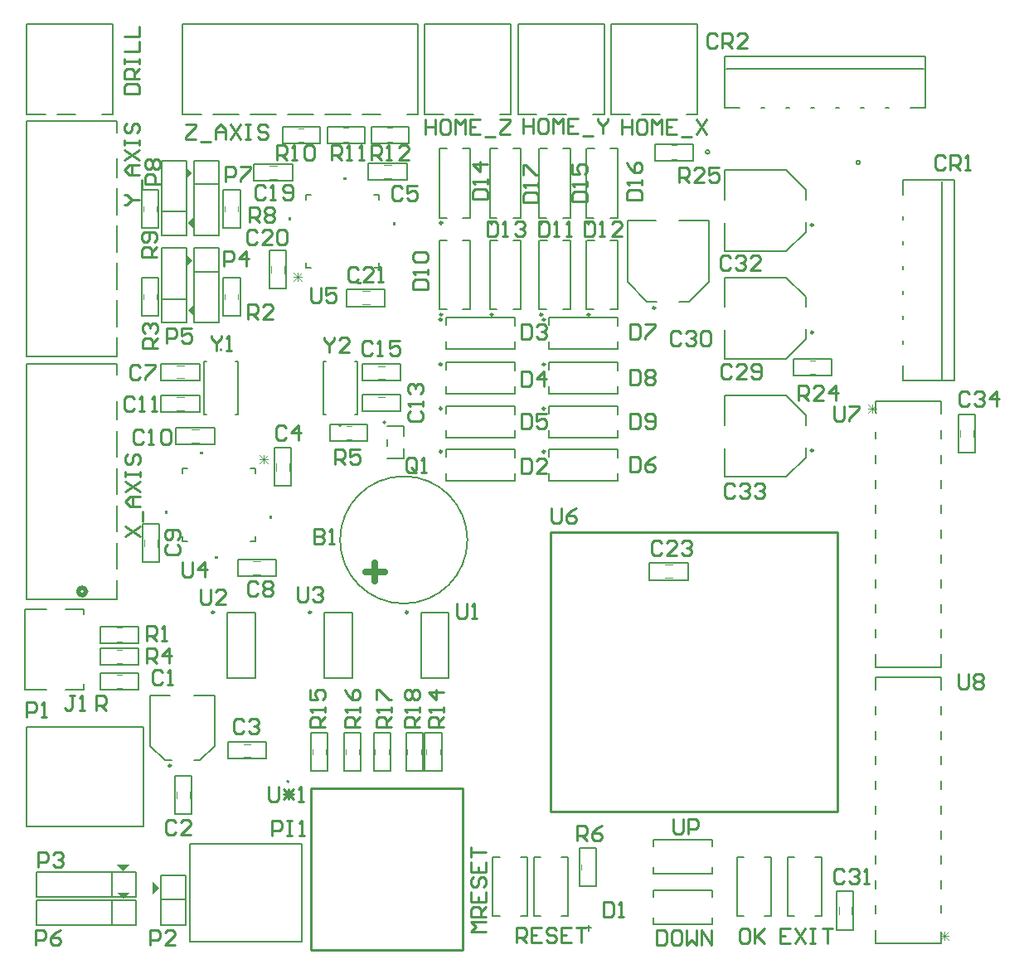
<source format=gto>
G04*
G04 #@! TF.GenerationSoftware,Altium Limited,Altium Designer,21.2.1 (34)*
G04*
G04 Layer_Color=65535*
%FSTAX24Y24*%
%MOIN*%
G70*
G04*
G04 #@! TF.SameCoordinates,5BC75E6B-F5FC-40A1-8AA7-6D38C453C1D6*
G04*
G04*
G04 #@! TF.FilePolarity,Positive*
G04*
G01*
G75*
%ADD10C,0.0098*%
%ADD11C,0.0060*%
%ADD12C,0.0080*%
%ADD13C,0.0200*%
%ADD14C,0.0079*%
%ADD15C,0.0040*%
%ADD16C,0.0050*%
%ADD17C,0.0100*%
%ADD18C,0.0070*%
%ADD19C,0.0030*%
%ADD20C,0.0250*%
G36*
X014Y01582D02*
X01375Y01607D01*
X01425D01*
X014Y01582D01*
D02*
G37*
G36*
X01544Y01513D02*
X01519Y01488D01*
Y01538D01*
X01544Y01513D01*
D02*
G37*
G36*
X014Y01469D02*
X01375Y01494D01*
X01425D01*
X014Y01469D01*
D02*
G37*
G36*
X01579Y03016D02*
Y03031D01*
X01569D01*
Y03016D01*
X01579D01*
D02*
G37*
G36*
X017226Y03258D02*
Y03268D01*
X017076D01*
Y03258D01*
X017226D01*
D02*
G37*
G36*
X017817Y02848D02*
Y02838D01*
X017667D01*
Y02848D01*
X017817D01*
D02*
G37*
G36*
X01989Y029963D02*
Y030113D01*
X01999D01*
Y029963D01*
X01989D01*
D02*
G37*
G36*
X0166Y03836D02*
X01685Y03811D01*
Y03861D01*
X0166Y03836D01*
D02*
G37*
G36*
X01678Y04036D02*
X01653Y04061D01*
Y04011D01*
X01678Y04036D01*
D02*
G37*
G36*
X0166Y04188D02*
X01685Y04163D01*
Y04213D01*
X0166Y04188D01*
D02*
G37*
G36*
X01678Y04388D02*
X01653Y04413D01*
Y04363D01*
X01678Y04388D01*
D02*
G37*
G36*
X020765Y042107D02*
Y041957D01*
X020665D01*
Y042107D01*
X020765D01*
D02*
G37*
G36*
X022838Y04359D02*
Y04369D01*
X022988D01*
Y04359D01*
X022838D01*
D02*
G37*
G36*
X023429Y03949D02*
Y03939D01*
X023579D01*
Y03949D01*
X023429D01*
D02*
G37*
G36*
X024865Y04191D02*
Y04176D01*
X024965D01*
Y04191D01*
X024865D01*
D02*
G37*
D10*
X032759Y041879D02*
G03*
X032759Y041879I-000049J0D01*
G01*
X03086D02*
G03*
X03086Y041879I-000049J0D01*
G01*
X028862D02*
G03*
X028862Y041879I-000049J0D01*
G01*
X026833D02*
G03*
X026833Y041879I-000049J0D01*
G01*
X041739Y037479D02*
G03*
X041739Y037479I-000049J0D01*
G01*
Y041789D02*
G03*
X041739Y041789I-000049J0D01*
G01*
X035388Y038463D02*
G03*
X035388Y038463I-000049J0D01*
G01*
X032759Y03819D02*
G03*
X032759Y03819I-000049J0D01*
G01*
X03085D02*
G03*
X03085Y03819I-000049J0D01*
G01*
X028862D02*
G03*
X028862Y03819I-000049J0D01*
G01*
X026833D02*
G03*
X026833Y03819I-000049J0D01*
G01*
X026812Y03441D02*
G03*
X026812Y03441I-000049J0D01*
G01*
Y03619D02*
G03*
X026812Y03619I-000049J0D01*
G01*
Y03799D02*
G03*
X026812Y03799I-000049J0D01*
G01*
X030958D02*
G03*
X030958Y03799I-000049J0D01*
G01*
Y03619D02*
G03*
X030958Y03619I-000049J0D01*
G01*
Y03441D02*
G03*
X030958Y03441I-000049J0D01*
G01*
X026812Y03268D02*
G03*
X026812Y03268I-000049J0D01*
G01*
X030958D02*
G03*
X030958Y03268I-000049J0D01*
G01*
X041739Y032729D02*
G03*
X041739Y032729I-000049J0D01*
G01*
X025449Y026221D02*
G03*
X025449Y026221I-000049J0D01*
G01*
X017657D02*
G03*
X017657Y026221I-000049J0D01*
G01*
X015927Y020054D02*
G03*
X015927Y020054I-000049J0D01*
G01*
X021557Y026221D02*
G03*
X021557Y026221I-000049J0D01*
G01*
D11*
X04363Y044305D02*
G03*
X04363Y044305I-00008J0D01*
G01*
X02455Y03385D02*
G03*
X02455Y03385I-00005J0D01*
G01*
X022752Y033722D02*
G03*
X022752Y033722I-00003J0D01*
G01*
X01796Y036765D02*
G03*
X01796Y036765I-00003J0D01*
G01*
X037575Y04473D02*
G03*
X037575Y04473I-00008J0D01*
G01*
X045337Y035555D02*
Y036149D01*
X046907Y035605D02*
Y043555D01*
X045337Y043011D02*
Y043605D01*
Y035555D02*
X047407D01*
Y043605D01*
X045337D02*
X047407D01*
X045337Y042011D02*
Y042149D01*
Y041011D02*
Y041149D01*
Y040011D02*
Y040149D01*
Y039011D02*
Y039149D01*
Y038011D02*
Y038149D01*
Y037011D02*
Y037149D01*
X04687Y034196D02*
Y03471D01*
X04425Y02401D02*
X04687D01*
Y024524D01*
X04425Y03471D02*
X04687D01*
X04425Y034246D02*
Y03471D01*
Y033196D02*
Y033474D01*
Y032196D02*
Y032524D01*
Y031196D02*
Y031524D01*
Y030196D02*
Y030524D01*
Y029196D02*
Y029524D01*
Y028196D02*
Y028524D01*
Y027196D02*
Y027524D01*
Y026196D02*
Y026524D01*
Y025196D02*
Y025524D01*
Y02401D02*
Y024524D01*
X04687Y025196D02*
Y025524D01*
Y026196D02*
Y026524D01*
Y027196D02*
Y027524D01*
Y028196D02*
Y028524D01*
Y029196D02*
Y029524D01*
Y030196D02*
Y030524D01*
Y031196D02*
Y031524D01*
Y032196D02*
Y032524D01*
Y033196D02*
Y033524D01*
X04425Y014106D02*
Y014434D01*
Y015106D02*
Y015434D01*
Y016106D02*
Y016434D01*
Y017106D02*
Y017434D01*
Y018106D02*
Y018434D01*
Y019106D02*
Y019434D01*
Y020106D02*
Y020434D01*
Y021106D02*
Y021434D01*
Y022106D02*
Y022434D01*
X04687Y023106D02*
Y02362D01*
Y022106D02*
Y022434D01*
Y021106D02*
Y021434D01*
Y020106D02*
Y020434D01*
Y019106D02*
Y019434D01*
Y018106D02*
Y018434D01*
Y017106D02*
Y017434D01*
Y016106D02*
Y016434D01*
Y015106D02*
Y015434D01*
Y014156D02*
Y014434D01*
Y01292D02*
Y013384D01*
X04425Y01292D02*
X04687D01*
X04425Y023106D02*
Y02362D01*
X04687D01*
X04425Y01292D02*
Y013434D01*
X025275Y033291D02*
Y03369D01*
X024625Y032916D02*
Y033184D01*
Y03241D02*
X025275D01*
Y032809D01*
X024625Y03369D02*
X025275D01*
X023312Y034172D02*
X023402D01*
X022042D02*
X022133D01*
X022042D02*
Y036322D01*
X023312D02*
X023402D01*
Y034172D02*
Y036322D01*
X022042D02*
X022133D01*
X021345Y04007D02*
Y040271D01*
Y04301D02*
X021546D01*
X024285Y042809D02*
Y04301D01*
X024084Y04007D02*
X024285D01*
X021345D02*
X021546D01*
X021345Y042809D02*
Y04301D01*
X024084D02*
X024285D01*
Y04007D02*
Y040271D01*
X018519Y034165D02*
X01861D01*
X01725D02*
Y036315D01*
Y034165D02*
X017341D01*
X01861D02*
Y036315D01*
X018519D02*
X01861D01*
X01725D02*
X017341D01*
X01931Y02906D02*
Y029261D01*
X019109Y02906D02*
X01931D01*
X01637D02*
X016571D01*
X01637D02*
Y029261D01*
X01931Y031799D02*
Y032D01*
X019109D02*
X01931D01*
X01637Y031799D02*
Y032D01*
X016571D01*
X01006Y023105D02*
Y026355D01*
Y023105D02*
X010904D01*
X0124D02*
Y023332D01*
X01169Y026355D02*
X0124D01*
Y026128D02*
Y026355D01*
X01006D02*
X010904D01*
X01169Y023105D02*
X0124D01*
X044651Y046517D02*
X044789D01*
X043651D02*
X043789D01*
X042651D02*
X042789D01*
X041651D02*
X041789D01*
X040651D02*
X040789D01*
X039651D02*
X039789D01*
X038195D02*
Y048587D01*
X046245D01*
Y046517D02*
Y048587D01*
X038195Y046517D02*
X038789D01*
X038245Y048087D02*
X046195D01*
X045651Y046517D02*
X046245D01*
D12*
X027839Y02913D02*
G03*
X027839Y02913I-002559J0D01*
G01*
D13*
X0125Y027055D02*
G03*
X0125Y027055I-00015J0D01*
G01*
D14*
X020669Y019415D02*
G03*
X020669Y019415I-000039J0D01*
G01*
X034834Y046249D02*
X035571D01*
X037086D02*
Y049871D01*
X033618D02*
X037086D01*
X033618Y046249D02*
Y049871D01*
X036634Y046249D02*
X037086D01*
X033618D02*
X03437D01*
X031089D02*
X031825D01*
X033341D02*
Y049871D01*
X029872D02*
X033341D01*
X029872Y046249D02*
Y049871D01*
X032888Y046249D02*
X033341D01*
X029872D02*
X030624D01*
X027343D02*
X028079D01*
X029595D02*
Y049871D01*
X026126D02*
X029595D01*
X026126Y046249D02*
Y049871D01*
X029142Y046249D02*
X029595D01*
X026126D02*
X026878D01*
X03263Y042089D02*
Y044859D01*
X03388Y042089D02*
Y044869D01*
X03263Y042089D02*
X032927D01*
X032647Y044859D02*
X032947D01*
X03358Y042089D02*
X03388D01*
X03358Y044869D02*
X03388D01*
X030731Y042089D02*
Y044859D01*
X031981Y042089D02*
Y044869D01*
X030731Y042089D02*
X031029D01*
X030749Y044859D02*
X031049D01*
X031681Y042089D02*
X031981D01*
X031681Y044869D02*
X031981D01*
X029683D02*
X029983D01*
X029683Y042089D02*
X029983D01*
X02875Y044859D02*
X02905D01*
X028733Y042089D02*
X02903D01*
X029983D02*
Y044869D01*
X028733Y042089D02*
Y044859D01*
X026704Y042089D02*
Y044859D01*
X027954Y042089D02*
Y044869D01*
X026704Y042089D02*
X027001D01*
X026721Y044859D02*
X027021D01*
X027654Y042089D02*
X027954D01*
X027654Y044869D02*
X027954D01*
X040656Y039684D02*
X041444Y038896D01*
X040656Y036416D02*
X041444Y037204D01*
Y038503D02*
Y038896D01*
Y037204D02*
Y037597D01*
X038176Y039684D02*
X040656D01*
X038176Y036416D02*
X040656D01*
X038176Y038503D02*
Y039684D01*
Y036416D02*
Y037558D01*
X040656Y043994D02*
X041444Y043206D01*
X040656Y040726D02*
X041444Y041514D01*
Y042813D02*
Y043206D01*
Y041514D02*
Y041907D01*
X038176Y043994D02*
X040656D01*
X038176Y040726D02*
X040656D01*
X038176Y042813D02*
Y043994D01*
Y040726D02*
Y041868D01*
X034276Y041977D02*
X035418D01*
X036363D02*
X037544D01*
X034276Y039497D02*
Y041977D01*
X037544Y039497D02*
Y041977D01*
X035064Y038709D02*
X035457D01*
X036363D02*
X036756D01*
X034276Y039497D02*
X035064Y038709D01*
X036756D02*
X037544Y039497D01*
X03358Y04118D02*
X03388D01*
X03358Y0384D02*
X03388D01*
X032647Y04117D02*
X032947D01*
X03263Y0384D02*
X032927D01*
X03388D02*
Y04118D01*
X03263Y0384D02*
Y04117D01*
X030721Y0384D02*
Y04117D01*
X031971Y0384D02*
Y04118D01*
X030721Y0384D02*
X031019D01*
X030739Y04117D02*
X031039D01*
X031671Y0384D02*
X031971D01*
X031671Y04118D02*
X031971D01*
X028733Y0384D02*
Y04117D01*
X029983Y0384D02*
Y04118D01*
X028733Y0384D02*
X02903D01*
X02875Y04117D02*
X02905D01*
X029683Y0384D02*
X029983D01*
X029683Y04118D02*
X029983D01*
X026704Y0384D02*
Y04117D01*
X027954Y0384D02*
Y04118D01*
X026704Y0384D02*
X027001D01*
X026721Y04117D02*
X027021D01*
X027654Y0384D02*
X027954D01*
X027654Y04118D02*
X027954D01*
X026973Y03449D02*
X029743D01*
X026973Y03324D02*
X029753D01*
X026973Y034193D02*
Y03449D01*
X029743Y034173D02*
Y034473D01*
X026973Y03324D02*
Y03354D01*
X029753Y03324D02*
Y03354D01*
X026973Y03627D02*
X029743D01*
X026973Y03502D02*
X029753D01*
X026973Y035973D02*
Y03627D01*
X029743Y035953D02*
Y036253D01*
X026973Y03502D02*
Y03532D01*
X029753Y03502D02*
Y03532D01*
X026973Y03807D02*
X029743D01*
X026973Y03682D02*
X029753D01*
X026973Y037773D02*
Y03807D01*
X029743Y037753D02*
Y038053D01*
X026973Y03682D02*
Y03712D01*
X029753Y03682D02*
Y03712D01*
X031119Y03807D02*
X033889D01*
X031119Y03682D02*
X033899D01*
X031119Y037773D02*
Y03807D01*
X033889Y037753D02*
Y038053D01*
X031119Y03682D02*
Y03712D01*
X033899Y03682D02*
Y03712D01*
X031119Y03627D02*
X033889D01*
X031119Y03502D02*
X033899D01*
X031119Y035973D02*
Y03627D01*
X033889Y035953D02*
Y036253D01*
X031119Y03502D02*
Y03532D01*
X033899Y03502D02*
Y03532D01*
X031119Y03449D02*
X033889D01*
X031119Y03324D02*
X033899D01*
X031119Y034193D02*
Y03449D01*
X033889Y034173D02*
Y034473D01*
X031119Y03324D02*
Y03354D01*
X033899Y03324D02*
Y03354D01*
X029753Y03151D02*
Y03181D01*
X026973Y03151D02*
Y03181D01*
X029743Y032443D02*
Y032743D01*
X026973Y032463D02*
Y03276D01*
Y03151D02*
X029753D01*
X026973Y03276D02*
X029743D01*
X031119D02*
X033889D01*
X031119Y03151D02*
X033899D01*
X031119Y032463D02*
Y03276D01*
X033889Y032443D02*
Y032743D01*
X031119Y03151D02*
Y03181D01*
X033899Y03151D02*
Y03181D01*
X038176Y031666D02*
Y032808D01*
Y033753D02*
Y034934D01*
Y031666D02*
X040656D01*
X038176Y034934D02*
X040656D01*
X041444Y032454D02*
Y032847D01*
Y033753D02*
Y034146D01*
X040656Y031666D02*
X041444Y032454D01*
X040656Y034934D02*
X041444Y034146D01*
X040721Y014019D02*
Y016381D01*
Y014019D02*
X040997D01*
X040721Y016381D02*
X040997D01*
X041823D02*
X042099D01*
X041823Y014019D02*
X042099D01*
Y016381D01*
X038671Y014019D02*
Y016381D01*
Y014019D02*
X038947D01*
X038671Y016381D02*
X038947D01*
X039773D02*
X040049D01*
X039773Y014019D02*
X040049D01*
Y016381D01*
X035329Y015711D02*
X037691D01*
Y015987D01*
X035329Y015711D02*
Y015987D01*
Y016813D02*
Y017089D01*
X037691Y016813D02*
Y017089D01*
X035329D02*
X037691D01*
X035329Y013661D02*
X037691D01*
Y013937D01*
X035329Y013661D02*
Y013937D01*
Y014763D02*
Y015039D01*
X037691Y014763D02*
Y015039D01*
X035329D02*
X037691D01*
X030521Y013999D02*
Y016361D01*
Y013999D02*
X030797D01*
X030521Y016361D02*
X030797D01*
X031623D02*
X031899D01*
X031623Y013999D02*
X031899D01*
Y016361D01*
X030242Y013999D02*
Y016361D01*
X029967Y013999D02*
X030242D01*
X029967Y016361D02*
X030242D01*
X028864D02*
X02914D01*
X028864Y013999D02*
X02914D01*
X028864D02*
Y016361D01*
X025991Y023583D02*
Y026221D01*
X027093Y023583D02*
Y026221D01*
X025991D02*
X027093D01*
X025991Y023583D02*
X027093D01*
X020612Y046249D02*
X021648D01*
X022112D02*
X023148D01*
X023612D02*
X024348D01*
X025864D02*
Y049871D01*
X016396D02*
X025864D01*
X016396Y046249D02*
Y049871D01*
X025411Y046249D02*
X025864D01*
X019112D02*
X020148D01*
X017612D02*
X018648D01*
X016396D02*
X017148D01*
X01012D02*
X010872D01*
X013136D02*
X013589D01*
X01012D02*
Y049871D01*
X013589D01*
Y046249D02*
Y049871D01*
X011337Y046249D02*
X012073D01*
X013742Y036506D02*
Y037258D01*
Y037722D02*
Y038758D01*
Y039222D02*
Y040258D01*
Y045521D02*
Y045974D01*
X01012Y036506D02*
X013742D01*
X01012D02*
Y045974D01*
X013742D01*
Y043722D02*
Y044458D01*
Y042222D02*
Y043258D01*
Y040722D02*
Y041758D01*
X018199Y023583D02*
Y026221D01*
X019301Y023583D02*
Y026221D01*
X018199D02*
X019301D01*
X018199Y023583D02*
X019301D01*
X013742Y030962D02*
Y031998D01*
Y032462D02*
Y033498D01*
Y033962D02*
Y034699D01*
X01012Y036214D02*
X013742D01*
X01012Y026746D02*
Y036214D01*
Y026746D02*
X013742D01*
Y035761D02*
Y036214D01*
Y029462D02*
Y030498D01*
Y027962D02*
Y028998D01*
Y026746D02*
Y027498D01*
X017099Y020261D02*
X017689Y020851D01*
X015091D02*
X015681Y020261D01*
X015091Y022859D02*
X015898D01*
X016843D02*
X017689D01*
X015091Y020851D02*
Y022859D01*
X017689Y020851D02*
Y022859D01*
X015681Y020261D02*
X015937D01*
X016843D02*
X017099D01*
X014832Y01762D02*
Y02162D01*
X010108D02*
X014832D01*
X010108Y01762D02*
Y02162D01*
Y01762D02*
X014832D01*
X022099Y023583D02*
X023201D01*
X022099Y026221D02*
X023201D01*
Y023583D02*
Y026221D01*
X022099Y023583D02*
Y026221D01*
D15*
X03605Y04499D02*
X03625D01*
X03605Y04444D02*
X03625D01*
X04162Y03635D02*
X04182D01*
X04162Y0358D02*
X04182D01*
X04817Y03326D02*
Y03354D01*
X047644Y03326D02*
Y03355D01*
X043296Y01407D02*
Y01436D01*
X04277Y01408D02*
Y01436D01*
X03297Y01587D02*
Y01607D01*
X03242Y01587D02*
Y01607D01*
X02619Y02051D02*
Y02071D01*
X02674Y02051D02*
Y02071D01*
X02598Y02051D02*
Y02071D01*
X02543Y02051D02*
Y02071D01*
X02413Y02051D02*
Y02071D01*
X02468Y02051D02*
Y02071D01*
X02294Y02051D02*
Y02071D01*
X02349Y02051D02*
Y02071D01*
X02161Y02051D02*
Y02071D01*
X02216Y02051D02*
Y02071D01*
X02297Y03316D02*
X02317D01*
X02297Y03371D02*
X02317D01*
X02425Y03488D02*
X02453D01*
X02424Y034354D02*
X02453D01*
X02425Y03612D02*
X02453D01*
X02424Y035594D02*
X02453D01*
X020144Y03192D02*
Y03221D01*
X02067Y03192D02*
Y0322D01*
X02463Y04569D02*
X02483D01*
X02463Y04514D02*
X02483D01*
X02449Y04368D02*
X02477D01*
X02449Y044206D02*
X02478D01*
X02286Y04514D02*
X02306D01*
X02286Y04569D02*
X02306D01*
X02106Y04568D02*
X02126D01*
X02106Y04513D02*
X02126D01*
X020491Y03985D02*
Y04014D01*
X019965Y03986D02*
Y04014D01*
X01989Y044176D02*
X02018D01*
X01989Y04365D02*
X02017D01*
X01808Y04233D02*
Y04253D01*
X01863Y04233D02*
Y04253D01*
X01481Y04233D02*
Y04253D01*
X01536Y04233D02*
Y04253D01*
X01808Y0388D02*
Y039D01*
X01863Y0388D02*
Y039D01*
X01536Y0388D02*
Y039D01*
X01481Y0388D02*
Y039D01*
X01616Y03563D02*
X01644D01*
X01616Y036156D02*
X01645D01*
X01616Y034876D02*
X01645D01*
X01616Y03435D02*
X01644D01*
X01675Y033044D02*
X01704D01*
X01676Y03357D02*
X01704D01*
X01923Y028266D02*
X01952D01*
X01923Y02774D02*
X01951D01*
X015376Y02885D02*
Y02914D01*
X01485Y02886D02*
Y02914D01*
X01375Y02559D02*
X01395D01*
X01375Y02504D02*
X01395D01*
X01375Y02471D02*
X01395D01*
X01375Y02416D02*
X01395D01*
X01375Y02372D02*
X01395D01*
X01375Y02317D02*
X01395D01*
X01885Y02092D02*
X01913D01*
X01884Y020394D02*
X01913D01*
X01667Y01873D02*
Y01901D01*
X016144Y01873D02*
Y01902D01*
X03579Y028126D02*
X03608D01*
X03579Y0276D02*
X03607D01*
X02362Y0386D02*
X0239D01*
X02362Y039126D02*
X02391D01*
D16*
X03539Y04437D02*
X03691D01*
Y04505D01*
X03539D02*
X03691D01*
X03539Y04437D02*
Y04505D01*
X04096Y03573D02*
X04248D01*
Y03641D01*
X04096D02*
X04248D01*
X04096Y03573D02*
Y03641D01*
X04758Y03263D02*
X04825D01*
X04758D02*
Y03417D01*
X04825D01*
Y03263D02*
Y03417D01*
X04269Y01345D02*
Y01499D01*
Y01345D02*
X04336D01*
Y01499D01*
X04269D02*
X04336D01*
X03235Y01521D02*
Y01673D01*
Y01521D02*
X03303D01*
Y01673D01*
X03235D02*
X03303D01*
X02681Y01985D02*
Y02137D01*
X02613D02*
X02681D01*
X02613Y01985D02*
Y02137D01*
Y01985D02*
X02681D01*
X02537D02*
X02605D01*
X02537D02*
Y02137D01*
X02605D01*
Y01985D02*
Y02137D01*
X02475Y01985D02*
Y02137D01*
X02407D02*
X02475D01*
X02407Y01985D02*
Y02137D01*
Y01985D02*
X02475D01*
X02356D02*
Y02137D01*
X02288D02*
X02356D01*
X02288Y01985D02*
Y02137D01*
Y01985D02*
X02356D01*
X02223D02*
Y02137D01*
X02155D02*
X02223D01*
X02155Y01985D02*
Y02137D01*
Y01985D02*
X02223D01*
X02231Y03309D02*
Y03377D01*
X02383D01*
Y03309D02*
Y03377D01*
X02231Y03309D02*
X02383D01*
X02516Y03429D02*
Y03496D01*
X02362Y03429D02*
X02516D01*
X02362D02*
Y03496D01*
X02516D01*
Y03553D02*
Y0362D01*
X02362Y03553D02*
X02516D01*
X02362D02*
Y0362D01*
X02516D01*
X02075Y03129D02*
Y03283D01*
X02008D02*
X02075D01*
X02008Y03129D02*
Y03283D01*
Y03129D02*
X02075D01*
X02397Y04507D02*
X02549D01*
Y04575D01*
X02397D02*
X02549D01*
X02397Y04507D02*
Y04575D01*
X02386Y0436D02*
Y04427D01*
X0254D01*
Y0436D02*
Y04427D01*
X02386Y0436D02*
X0254D01*
X0222Y04507D02*
Y04575D01*
X02372D01*
Y04507D02*
Y04575D01*
X0222Y04507D02*
X02372D01*
X02192D02*
Y04575D01*
X0204Y04507D02*
X02192D01*
X0204D02*
Y04575D01*
X02192D01*
X019885Y03923D02*
Y04077D01*
Y03923D02*
X020555D01*
Y04077D01*
X019885D02*
X020555D01*
X01926Y04357D02*
X0208D01*
Y04424D01*
X01926D02*
X0208D01*
X01926Y04357D02*
Y04424D01*
X0187Y04167D02*
Y04319D01*
X01802D02*
X0187D01*
X01802Y04167D02*
Y04319D01*
Y04167D02*
X0187D01*
X01474Y04319D02*
X01542D01*
Y04167D02*
Y04319D01*
X01474Y04167D02*
X01542D01*
X01474D02*
Y04319D01*
X0187Y03814D02*
Y03966D01*
X01802D02*
X0187D01*
X01802Y03814D02*
Y03966D01*
Y03814D02*
X0187D01*
X01474D02*
Y03966D01*
Y03814D02*
X01542D01*
Y03966D01*
X01474D02*
X01542D01*
X01553Y03555D02*
Y03622D01*
X01707D01*
Y03555D02*
Y03622D01*
X01553Y03555D02*
X01707D01*
X01553Y03427D02*
X01707D01*
Y03494D01*
X01553D02*
X01707D01*
X01553Y03427D02*
Y03494D01*
X01613Y03365D02*
X01767D01*
X01613Y03298D02*
Y03365D01*
Y03298D02*
X01767D01*
Y03365D01*
X0186Y02766D02*
X02014D01*
Y02833D01*
X0186D02*
X02014D01*
X0186Y02766D02*
Y02833D01*
X01477Y02823D02*
Y02977D01*
Y02823D02*
X01544D01*
Y02977D01*
X01477D02*
X01544D01*
X01309Y02497D02*
X01461D01*
Y02565D01*
X01309D02*
X01461D01*
X01309Y02497D02*
Y02565D01*
Y02409D02*
X01461D01*
Y02477D01*
X01309D02*
X01461D01*
X01309Y02409D02*
Y02477D01*
Y0231D02*
X01461D01*
Y02378D01*
X01309D02*
X01461D01*
X01309Y0231D02*
Y02378D01*
X01976Y02033D02*
Y021D01*
X01822Y02033D02*
X01976D01*
X01822D02*
Y021D01*
X01976D01*
X01668Y012965D02*
X021179D01*
X01668Y016915D02*
X021179D01*
X01668Y012965D02*
Y016915D01*
X021179Y012965D02*
Y016915D01*
X01608Y0181D02*
X01675D01*
X01608D02*
Y01964D01*
X01675D01*
Y0181D02*
Y01964D01*
X03516Y02752D02*
X0367D01*
Y02819D01*
X03516D02*
X0367D01*
X03516Y02752D02*
Y02819D01*
X02299Y03852D02*
Y03919D01*
X02453D01*
Y03852D02*
Y03919D01*
X02299Y03852D02*
X02453D01*
X0327Y013653D02*
Y013396D01*
X032572Y013525D02*
X032829D01*
D17*
X021564Y012656D02*
X027664D01*
Y019156D01*
X026964D02*
X027664D01*
X021564D02*
X026964D01*
X021564Y012656D02*
Y019156D01*
X03118Y02944D02*
X04273D01*
X03118Y01819D02*
Y02944D01*
Y01819D02*
X034518D01*
X04273D02*
Y02944D01*
X039242Y01819D02*
X04273D01*
X034518D02*
X039242D01*
X03123Y03039D02*
Y02989D01*
X03133Y02979D01*
X03153D01*
X03163Y02989D01*
Y03039D01*
X03223D02*
X03203Y03029D01*
X03183Y03009D01*
Y02989D01*
X03193Y02979D01*
X03213D01*
X03223Y02989D01*
Y02999D01*
X03213Y03009D01*
X03183D01*
X03634Y04349D02*
Y04409D01*
X03664D01*
X03674Y04399D01*
Y04379D01*
X03664Y04369D01*
X03634D01*
X03654D02*
X03674Y04349D01*
X03734D02*
X03694D01*
X03734Y04389D01*
Y04399D01*
X03724Y04409D01*
X03704D01*
X03694Y04399D01*
X03794Y04409D02*
X03754D01*
Y04379D01*
X03774Y04389D01*
X03784D01*
X03794Y04379D01*
Y04359D01*
X03784Y04349D01*
X03764D01*
X03754Y04359D01*
X04114Y03474D02*
Y03534D01*
X04144D01*
X04154Y03524D01*
Y03504D01*
X04144Y03494D01*
X04114D01*
X04134D02*
X04154Y03474D01*
X04214D02*
X04174D01*
X04214Y03514D01*
Y03524D01*
X04204Y03534D01*
X04184D01*
X04174Y03524D01*
X04264Y03474D02*
Y03534D01*
X04234Y03504D01*
X04274D01*
X01985Y01919D02*
Y01869D01*
X01995Y01859D01*
X02015D01*
X02025Y01869D01*
Y01919D01*
X02045Y01909D02*
X02085Y01869D01*
X02045D02*
X02085Y01909D01*
X02045Y01889D02*
X02085D01*
X02065Y01869D02*
Y01909D01*
X02105Y01859D02*
X02125D01*
X02115D01*
Y01919D01*
X02105Y01909D01*
X02167Y02957D02*
Y02897D01*
X02197D01*
X02207Y02907D01*
Y02917D01*
X02197Y02927D01*
X02167D01*
X02197D01*
X02207Y02937D01*
Y02947D01*
X02197Y02957D01*
X02167D01*
X02227Y02897D02*
X02247D01*
X02237D01*
Y02957D01*
X02227Y02947D01*
X02207Y03728D02*
Y03718D01*
X02227Y03698D01*
X02247Y03718D01*
Y03728D01*
X02227Y03698D02*
Y03668D01*
X02307D02*
X02267D01*
X02307Y03708D01*
Y03718D01*
X02297Y03728D01*
X02277D01*
X02267Y03718D01*
X01754Y03733D02*
Y03723D01*
X01774Y03703D01*
X01794Y03723D01*
Y03733D01*
X01774Y03703D02*
Y03673D01*
X01814D02*
X01834D01*
X01824D01*
Y03733D01*
X01814Y03723D01*
X04759Y02373D02*
Y02323D01*
X04769Y02313D01*
X04789D01*
X04799Y02323D01*
Y02373D01*
X04819Y02363D02*
X04829Y02373D01*
X04849D01*
X04859Y02363D01*
Y02353D01*
X04849Y02343D01*
X04859Y02333D01*
Y02323D01*
X04849Y02313D01*
X04829D01*
X04819Y02323D01*
Y02333D01*
X04829Y02343D01*
X04819Y02353D01*
Y02363D01*
X04829Y02343D02*
X04849D01*
X04259Y03452D02*
Y03402D01*
X04269Y03392D01*
X04289D01*
X04299Y03402D01*
Y03452D01*
X04319D02*
X04359D01*
Y03442D01*
X04319Y03402D01*
Y03392D01*
X02154Y03928D02*
Y03878D01*
X02164Y03868D01*
X02184D01*
X02194Y03878D01*
Y03928D01*
X02254D02*
X02214D01*
Y03898D01*
X02234Y03908D01*
X02244D01*
X02254Y03898D01*
Y03878D01*
X02244Y03868D01*
X02224D01*
X02214Y03878D01*
X01639Y02823D02*
Y02773D01*
X01649Y02763D01*
X01669D01*
X01679Y02773D01*
Y02823D01*
X01729Y02763D02*
Y02823D01*
X01699Y02793D01*
X01739D01*
X02102Y02724D02*
Y02674D01*
X02112Y02664D01*
X02132D01*
X02142Y02674D01*
Y02724D01*
X02162Y02714D02*
X02172Y02724D01*
X02192D01*
X02202Y02714D01*
Y02704D01*
X02192Y02694D01*
X02182D01*
X02192D01*
X02202Y02684D01*
Y02674D01*
X02192Y02664D01*
X02172D01*
X02162Y02674D01*
X01712Y02713D02*
Y02663D01*
X01722Y02653D01*
X01742D01*
X01752Y02663D01*
Y02713D01*
X01812Y02653D02*
X01772D01*
X01812Y02693D01*
Y02703D01*
X01802Y02713D01*
X01782D01*
X01772Y02703D01*
X02743Y02658D02*
Y02608D01*
X02753Y02598D01*
X02773D01*
X02783Y02608D01*
Y02658D01*
X02803Y02598D02*
X02823D01*
X02813D01*
Y02658D01*
X02803Y02648D01*
X0129Y02227D02*
Y02287D01*
X0132D01*
X0133Y02277D01*
Y02257D01*
X0132Y02247D01*
X0129D01*
X0131D02*
X0133Y02227D01*
X04083Y0135D02*
X04043D01*
Y0129D01*
X04083D01*
X04043Y0132D02*
X04063D01*
X04103Y0135D02*
X04143Y0129D01*
Y0135D02*
X04103Y0129D01*
X04163Y0135D02*
X04183D01*
X04173D01*
Y0129D01*
X04163D01*
X04183D01*
X04213Y0135D02*
X04253D01*
X04233D01*
Y0129D01*
X03907Y01352D02*
X03887D01*
X03877Y01342D01*
Y01302D01*
X03887Y01292D01*
X03907D01*
X03917Y01302D01*
Y01342D01*
X03907Y01352D01*
X03937D02*
Y01292D01*
Y01312D01*
X03977Y01352D01*
X03947Y01322D01*
X03977Y01292D01*
X03544Y01344D02*
Y01284D01*
X03574D01*
X03584Y01294D01*
Y01334D01*
X03574Y01344D01*
X03544D01*
X03634D02*
X03614D01*
X03604Y01334D01*
Y01294D01*
X03614Y01284D01*
X03634D01*
X03644Y01294D01*
Y01334D01*
X03634Y01344D01*
X03664D02*
Y01284D01*
X03684Y01304D01*
X03704Y01284D01*
Y01344D01*
X03724Y01284D02*
Y01344D01*
X03764Y01284D01*
Y01344D01*
X03613Y01792D02*
Y01742D01*
X03623Y01732D01*
X03643D01*
X03653Y01742D01*
Y01792D01*
X03673Y01732D02*
Y01792D01*
X03703D01*
X03713Y01782D01*
Y01762D01*
X03703Y01752D01*
X03673D01*
X02982Y01293D02*
Y01353D01*
X03012D01*
X03022Y01343D01*
Y01323D01*
X03012Y01313D01*
X02982D01*
X03002D02*
X03022Y01293D01*
X03082Y01353D02*
X03042D01*
Y01293D01*
X03082D01*
X03042Y01323D02*
X03062D01*
X03142Y01343D02*
X03132Y01353D01*
X03112D01*
X03102Y01343D01*
Y01333D01*
X03112Y01323D01*
X03132D01*
X03142Y01313D01*
Y01303D01*
X03132Y01293D01*
X03112D01*
X03102Y01303D01*
X03202Y01353D02*
X03162D01*
Y01293D01*
X03202D01*
X03162Y01323D02*
X03182D01*
X03222Y01353D02*
X03262D01*
X03242D01*
Y01293D01*
X02858Y013371D02*
X02798D01*
X02818Y01357D01*
X02798Y01377D01*
X02858D01*
Y01397D02*
X02798D01*
Y01427D01*
X02808Y01437D01*
X02828D01*
X02838Y01427D01*
Y01397D01*
Y01417D02*
X02858Y01437D01*
X02798Y01497D02*
Y01457D01*
X02858D01*
Y01497D01*
X02828Y01457D02*
Y01477D01*
X02808Y01557D02*
X02798Y01547D01*
Y01527D01*
X02808Y01517D01*
X02818D01*
X02828Y01527D01*
Y01547D01*
X02838Y01557D01*
X02848D01*
X02858Y01547D01*
Y01527D01*
X02848Y01517D01*
X02798Y01617D02*
Y01577D01*
X02858D01*
Y01617D01*
X02828Y01577D02*
Y01597D01*
X02798Y01637D02*
Y016769D01*
Y01657D01*
X02858D01*
X02591Y0216D02*
X02531D01*
Y0219D01*
X02541Y022D01*
X02561D01*
X02571Y0219D01*
Y0216D01*
Y0218D02*
X02591Y022D01*
Y0222D02*
Y0224D01*
Y0223D01*
X02531D01*
X02541Y0222D01*
Y0227D02*
X02531Y0228D01*
Y023D01*
X02541Y0231D01*
X02551D01*
X02561Y023D01*
X02571Y0231D01*
X02581D01*
X02591Y023D01*
Y0228D01*
X02581Y0227D01*
X02571D01*
X02561Y0228D01*
X02551Y0227D01*
X02541D01*
X02561Y0228D02*
Y023D01*
X02479Y0216D02*
X02419D01*
Y0219D01*
X02429Y022D01*
X02449D01*
X02459Y0219D01*
Y0216D01*
Y0218D02*
X02479Y022D01*
Y0222D02*
Y0224D01*
Y0223D01*
X02419D01*
X02429Y0222D01*
X02419Y0227D02*
Y0231D01*
X02429D01*
X02469Y0227D01*
X02479D01*
X02351Y0216D02*
X02291D01*
Y0219D01*
X02301Y022D01*
X02321D01*
X02331Y0219D01*
Y0216D01*
Y0218D02*
X02351Y022D01*
Y0222D02*
Y0224D01*
Y0223D01*
X02291D01*
X02301Y0222D01*
X02291Y0231D02*
X02301Y0229D01*
X02321Y0227D01*
X02341D01*
X02351Y0228D01*
Y023D01*
X02341Y0231D01*
X02331D01*
X02321Y023D01*
Y0227D01*
X02213Y0216D02*
X02153D01*
Y0219D01*
X02163Y022D01*
X02183D01*
X02193Y0219D01*
Y0216D01*
Y0218D02*
X02213Y022D01*
Y0222D02*
Y0224D01*
Y0223D01*
X02153D01*
X02163Y0222D01*
X02153Y0231D02*
Y0227D01*
X02183D01*
X02173Y0229D01*
Y023D01*
X02183Y0231D01*
X02203D01*
X02213Y023D01*
Y0228D01*
X02203Y0227D01*
X02689Y0216D02*
X02629D01*
Y0219D01*
X02639Y022D01*
X02659D01*
X02669Y0219D01*
Y0216D01*
Y0218D02*
X02689Y022D01*
Y0222D02*
Y0224D01*
Y0223D01*
X02629D01*
X02639Y0222D01*
X02689Y023D02*
X02629D01*
X02659Y0227D01*
Y0231D01*
X02398Y04439D02*
Y04499D01*
X02428D01*
X02438Y04489D01*
Y04469D01*
X02428Y04459D01*
X02398D01*
X02418D02*
X02438Y04439D01*
X02458D02*
X02478D01*
X02468D01*
Y04499D01*
X02458Y04489D01*
X02548Y04439D02*
X02508D01*
X02548Y04479D01*
Y04489D01*
X02538Y04499D01*
X02518D01*
X02508Y04489D01*
X02238Y04439D02*
Y04499D01*
X02268D01*
X02278Y04489D01*
Y04469D01*
X02268Y04459D01*
X02238D01*
X02258D02*
X02278Y04439D01*
X02298D02*
X02318D01*
X02308D01*
Y04499D01*
X02298Y04489D01*
X02348Y04439D02*
X02368D01*
X02358D01*
Y04499D01*
X02348Y04489D01*
X02018Y04439D02*
Y04499D01*
X02048D01*
X02058Y04489D01*
Y04469D01*
X02048Y04459D01*
X02018D01*
X02038D02*
X02058Y04439D01*
X02078D02*
X02098D01*
X02088D01*
Y04499D01*
X02078Y04489D01*
X02128D02*
X02138Y04499D01*
X02158D01*
X02168Y04489D01*
Y04449D01*
X02158Y04439D01*
X02138D01*
X02128Y04449D01*
Y04489D01*
X01536Y04049D02*
X01476D01*
Y04079D01*
X01486Y04089D01*
X01506D01*
X01516Y04079D01*
Y04049D01*
Y04069D02*
X01536Y04089D01*
X01526Y04109D02*
X01536Y04119D01*
Y04139D01*
X01526Y04149D01*
X01486D01*
X01476Y04139D01*
Y04119D01*
X01486Y04109D01*
X01496D01*
X01506Y04119D01*
Y04149D01*
X01909Y04189D02*
Y04249D01*
X01939D01*
X01949Y04239D01*
Y04219D01*
X01939Y04209D01*
X01909D01*
X01929D02*
X01949Y04189D01*
X01969Y04239D02*
X01979Y04249D01*
X01999D01*
X02009Y04239D01*
Y04229D01*
X01999Y04219D01*
X02009Y04209D01*
Y04199D01*
X01999Y04189D01*
X01979D01*
X01969Y04199D01*
Y04209D01*
X01979Y04219D01*
X01969Y04229D01*
Y04239D01*
X01979Y04219D02*
X01999D01*
X03224Y01703D02*
Y01763D01*
X03254D01*
X03264Y01753D01*
Y01733D01*
X03254Y01723D01*
X03224D01*
X03244D02*
X03264Y01703D01*
X03324Y01763D02*
X03304Y01753D01*
X03284Y01733D01*
Y01713D01*
X03294Y01703D01*
X03314D01*
X03324Y01713D01*
Y01723D01*
X03314Y01733D01*
X03284D01*
X0225Y03218D02*
Y03278D01*
X0228D01*
X0229Y03268D01*
Y03248D01*
X0228Y03238D01*
X0225D01*
X0227D02*
X0229Y03218D01*
X0235Y03278D02*
X0231D01*
Y03248D01*
X0233Y03258D01*
X0234D01*
X0235Y03248D01*
Y03228D01*
X0234Y03218D01*
X0232D01*
X0231Y03228D01*
X01496Y02416D02*
Y02476D01*
X01526D01*
X01536Y02466D01*
Y02446D01*
X01526Y02436D01*
X01496D01*
X01516D02*
X01536Y02416D01*
X01586D02*
Y02476D01*
X01556Y02446D01*
X01596D01*
X01539Y03684D02*
X01479D01*
Y03714D01*
X01489Y03724D01*
X01509D01*
X01519Y03714D01*
Y03684D01*
Y03704D02*
X01539Y03724D01*
X01489Y03744D02*
X01479Y03754D01*
Y03774D01*
X01489Y03784D01*
X01499D01*
X01509Y03774D01*
Y03764D01*
Y03774D01*
X01519Y03784D01*
X01529D01*
X01539Y03774D01*
Y03754D01*
X01529Y03744D01*
X01902Y03799D02*
Y03859D01*
X01932D01*
X01942Y03849D01*
Y03829D01*
X01932Y03819D01*
X01902D01*
X01922D02*
X01942Y03799D01*
X02002D02*
X01962D01*
X02002Y03839D01*
Y03849D01*
X01992Y03859D01*
X01972D01*
X01962Y03849D01*
X01494Y02506D02*
Y02566D01*
X01524D01*
X01534Y02556D01*
Y02536D01*
X01524Y02526D01*
X01494D01*
X01514D02*
X01534Y02506D01*
X01554D02*
X01574D01*
X01564D01*
Y02566D01*
X01554Y02556D01*
X02578Y03194D02*
Y03234D01*
X02568Y03244D01*
X02548D01*
X02538Y03234D01*
Y03194D01*
X02548Y03184D01*
X02568D01*
X02558Y03204D02*
X02578Y03184D01*
X02568D02*
X02578Y03194D01*
X02598Y03184D02*
X02618D01*
X02608D01*
Y03244D01*
X02598Y03234D01*
X01997Y01723D02*
Y01783D01*
X02027D01*
X02037Y01773D01*
Y01753D01*
X02027Y01743D01*
X01997D01*
X02057Y01783D02*
X02077D01*
X02067D01*
Y01723D01*
X02057D01*
X02077D01*
X02107D02*
X02127D01*
X02117D01*
Y01783D01*
X02107Y01773D01*
X016531Y04585D02*
X01693D01*
Y04575D01*
X016531Y04535D01*
Y04525D01*
X01693D01*
X01713Y04515D02*
X01753D01*
X01773Y04525D02*
Y04565D01*
X01793Y04585D01*
X01813Y04565D01*
Y04525D01*
Y04555D01*
X01773D01*
X01833Y04585D02*
X01873Y04525D01*
Y04585D02*
X01833Y04525D01*
X01893Y04585D02*
X01913D01*
X01903D01*
Y04525D01*
X01893D01*
X01913D01*
X019829Y04575D02*
X019729Y04585D01*
X01953D01*
X01943Y04575D01*
Y04565D01*
X01953Y04555D01*
X019729D01*
X019829Y04545D01*
Y04535D01*
X019729Y04525D01*
X01953D01*
X01943Y04535D01*
X01406Y04706D02*
X01466D01*
Y04736D01*
X01456Y04746D01*
X01416D01*
X01406Y04736D01*
Y04706D01*
X01466Y04766D02*
X01406D01*
Y04796D01*
X01416Y04806D01*
X01436D01*
X01446Y04796D01*
Y04766D01*
Y04786D02*
X01466Y04806D01*
X01406Y04826D02*
Y04846D01*
Y04836D01*
X01466D01*
Y04826D01*
Y04846D01*
X01406Y04876D02*
X01466D01*
Y04916D01*
X01406Y04936D02*
X01466D01*
Y04976D01*
X01407Y029261D02*
X01467Y02966D01*
X01407D02*
X01467Y029261D01*
X01477Y02986D02*
Y03026D01*
X01467Y03046D02*
X01427D01*
X01407Y03066D01*
X01427Y03086D01*
X01467D01*
X01437D01*
Y03046D01*
X01407Y03106D02*
X01467Y03146D01*
X01407D02*
X01467Y03106D01*
X01407Y03166D02*
Y03186D01*
Y03176D01*
X01467D01*
Y03166D01*
Y03186D01*
X01417Y032559D02*
X01407Y032459D01*
Y03226D01*
X01417Y03216D01*
X01427D01*
X01437Y03226D01*
Y032459D01*
X01447Y032559D01*
X01457D01*
X01467Y032459D01*
Y03226D01*
X01457Y03216D01*
X01405Y042591D02*
X01415D01*
X01435Y04279D01*
X01415Y04299D01*
X01405D01*
X01435Y04279D02*
X01465D01*
X01475Y04319D02*
Y04359D01*
X01465Y04379D02*
X01425D01*
X01405Y04399D01*
X01425Y04419D01*
X01465D01*
X01435D01*
Y04379D01*
X01405Y04439D02*
X01465Y04479D01*
X01405D02*
X01465Y04439D01*
X01405Y04499D02*
Y04519D01*
Y04509D01*
X01465D01*
Y04499D01*
Y04519D01*
X01415Y045889D02*
X01405Y045789D01*
Y04559D01*
X01415Y04549D01*
X01425D01*
X01435Y04559D01*
Y045789D01*
X01445Y045889D01*
X01455D01*
X01465Y045789D01*
Y04559D01*
X01455Y04549D01*
X026161Y04604D02*
Y04544D01*
Y04574D01*
X02656D01*
Y04604D01*
Y04544D01*
X02706Y04604D02*
X02686D01*
X02676Y04594D01*
Y04554D01*
X02686Y04544D01*
X02706D01*
X02716Y04554D01*
Y04594D01*
X02706Y04604D01*
X02736Y04544D02*
Y04604D01*
X02756Y04584D01*
X02776Y04604D01*
Y04544D01*
X02836Y04604D02*
X02796D01*
Y04544D01*
X02836D01*
X02796Y04574D02*
X02816D01*
X02856Y04534D02*
X02896D01*
X02916Y04604D02*
X029559D01*
Y04594D01*
X02916Y04554D01*
Y04544D01*
X029559D01*
X030091Y04608D02*
Y04548D01*
Y04578D01*
X03049D01*
Y04608D01*
Y04548D01*
X03099Y04608D02*
X03079D01*
X03069Y04598D01*
Y04558D01*
X03079Y04548D01*
X03099D01*
X03109Y04558D01*
Y04598D01*
X03099Y04608D01*
X03129Y04548D02*
Y04608D01*
X03149Y04588D01*
X03169Y04608D01*
Y04548D01*
X03229Y04608D02*
X03189D01*
Y04548D01*
X03229D01*
X03189Y04578D02*
X03209D01*
X03249Y04538D02*
X03289D01*
X03309Y04608D02*
Y04598D01*
X03329Y04578D01*
X033489Y04598D01*
Y04608D01*
X03329Y04578D02*
Y04548D01*
X034051Y04604D02*
Y04544D01*
Y04574D01*
X03445D01*
Y04604D01*
Y04544D01*
X03495Y04604D02*
X03475D01*
X03465Y04594D01*
Y04554D01*
X03475Y04544D01*
X03495D01*
X03505Y04554D01*
Y04594D01*
X03495Y04604D01*
X03525Y04544D02*
Y04604D01*
X03545Y04584D01*
X03565Y04604D01*
Y04544D01*
X03625Y04604D02*
X03585D01*
Y04544D01*
X03625D01*
X03585Y04574D02*
X03605D01*
X03645Y04534D02*
X03685D01*
X03705Y04604D02*
X037449Y04544D01*
Y04604D02*
X03705Y04544D01*
X01547Y04345D02*
X01487D01*
Y04375D01*
X01497Y04385D01*
X01517D01*
X01527Y04375D01*
Y04345D01*
X01497Y04405D02*
X01487Y04415D01*
Y04435D01*
X01497Y04445D01*
X01507D01*
X01517Y04435D01*
X01527Y04445D01*
X01537D01*
X01547Y04435D01*
Y04415D01*
X01537Y04405D01*
X01527D01*
X01517Y04415D01*
X01507Y04405D01*
X01497D01*
X01517Y04415D02*
Y04435D01*
X0181Y04355D02*
Y04415D01*
X0184D01*
X0185Y04405D01*
Y04385D01*
X0184Y04375D01*
X0181D01*
X0187Y04415D02*
X0191D01*
Y04405D01*
X0187Y04365D01*
Y04355D01*
X01047Y01285D02*
Y01345D01*
X01077D01*
X01087Y01335D01*
Y01315D01*
X01077Y01305D01*
X01047D01*
X01147Y01345D02*
X01127Y01335D01*
X01107Y01315D01*
Y01295D01*
X01117Y01285D01*
X01137D01*
X01147Y01295D01*
Y01305D01*
X01137Y01315D01*
X01107D01*
X01575Y03704D02*
Y03764D01*
X01605D01*
X01615Y03754D01*
Y03734D01*
X01605Y03724D01*
X01575D01*
X01675Y03764D02*
X01635D01*
Y03734D01*
X01655Y03744D01*
X01665D01*
X01675Y03734D01*
Y03714D01*
X01665Y03704D01*
X01645D01*
X01635Y03714D01*
X01804Y04014D02*
Y04074D01*
X01834D01*
X01844Y04064D01*
Y04044D01*
X01834Y04034D01*
X01804D01*
X01894Y04014D02*
Y04074D01*
X01864Y04044D01*
X01904D01*
X01059Y01598D02*
Y01658D01*
X01089D01*
X01099Y01648D01*
Y01628D01*
X01089Y01618D01*
X01059D01*
X01119Y01648D02*
X01129Y01658D01*
X01149D01*
X01159Y01648D01*
Y01638D01*
X01149Y01628D01*
X01139D01*
X01149D01*
X01159Y01618D01*
Y01608D01*
X01149Y01598D01*
X01129D01*
X01119Y01608D01*
X01508Y01283D02*
Y01343D01*
X01538D01*
X01548Y01333D01*
Y01313D01*
X01538Y01303D01*
X01508D01*
X01608Y01283D02*
X01568D01*
X01608Y01323D01*
Y01333D01*
X01598Y01343D01*
X01578D01*
X01568Y01333D01*
X01012Y02201D02*
Y02261D01*
X01042D01*
X01052Y02251D01*
Y02231D01*
X01042Y02221D01*
X01012D01*
X01072Y02201D02*
X01092D01*
X01082D01*
Y02261D01*
X01072Y02251D01*
X01206Y02286D02*
X01186D01*
X01196D01*
Y02236D01*
X01186Y02226D01*
X01176D01*
X01166Y02236D01*
X01226Y02226D02*
X01246D01*
X01236D01*
Y02286D01*
X01226Y02276D01*
X03009Y04269D02*
X03069D01*
Y04299D01*
X03059Y04309D01*
X03019D01*
X03009Y04299D01*
Y04269D01*
X03069Y04329D02*
Y04349D01*
Y04339D01*
X03009D01*
X03019Y04329D01*
X03009Y04379D02*
Y04419D01*
X03019D01*
X03059Y04379D01*
X03069D01*
X03425Y04281D02*
X03485D01*
Y04311D01*
X03475Y04321D01*
X03435D01*
X03425Y04311D01*
Y04281D01*
X03485Y04341D02*
Y04361D01*
Y04351D01*
X03425D01*
X03435Y04341D01*
X03425Y04431D02*
X03435Y04411D01*
X03455Y04391D01*
X03475D01*
X03485Y04401D01*
Y04421D01*
X03475Y04431D01*
X03465D01*
X03455Y04421D01*
Y04391D01*
X03206Y04275D02*
X03266D01*
Y04305D01*
X03256Y04315D01*
X03216D01*
X03206Y04305D01*
Y04275D01*
X03266Y04335D02*
Y04355D01*
Y04345D01*
X03206D01*
X03216Y04335D01*
X03206Y04425D02*
Y04385D01*
X03236D01*
X03226Y04405D01*
Y04415D01*
X03236Y04425D01*
X03256D01*
X03266Y04415D01*
Y04395D01*
X03256Y04385D01*
X02804Y04284D02*
X02864D01*
Y04314D01*
X02854Y04324D01*
X02814D01*
X02804Y04314D01*
Y04284D01*
X02864Y04344D02*
Y04364D01*
Y04354D01*
X02804D01*
X02814Y04344D01*
X02864Y04424D02*
X02804D01*
X02834Y04394D01*
Y04434D01*
X02866Y04193D02*
Y04133D01*
X02896D01*
X02906Y04143D01*
Y04183D01*
X02896Y04193D01*
X02866D01*
X02926Y04133D02*
X02946D01*
X02936D01*
Y04193D01*
X02926Y04183D01*
X02976D02*
X02986Y04193D01*
X03006D01*
X03016Y04183D01*
Y04173D01*
X03006Y04163D01*
X02996D01*
X03006D01*
X03016Y04153D01*
Y04143D01*
X03006Y04133D01*
X02986D01*
X02976Y04143D01*
X03254Y04193D02*
Y04133D01*
X03284D01*
X03294Y04143D01*
Y04183D01*
X03284Y04193D01*
X03254D01*
X03314Y04133D02*
X03334D01*
X03324D01*
Y04193D01*
X03314Y04183D01*
X03404Y04133D02*
X03364D01*
X03404Y04173D01*
Y04183D01*
X03394Y04193D01*
X03374D01*
X03364Y04183D01*
X03072Y04193D02*
Y04133D01*
X03102D01*
X03112Y04143D01*
Y04183D01*
X03102Y04193D01*
X03072D01*
X03132Y04133D02*
X03152D01*
X03142D01*
Y04193D01*
X03132Y04183D01*
X03182Y04133D02*
X03202D01*
X03192D01*
Y04193D01*
X03182Y04183D01*
X02565Y0392D02*
X02625D01*
Y0395D01*
X02615Y0396D01*
X02575D01*
X02565Y0395D01*
Y0392D01*
X02625Y0398D02*
Y04D01*
Y0399D01*
X02565D01*
X02575Y0398D01*
Y0403D02*
X02565Y0404D01*
Y0406D01*
X02575Y0407D01*
X02615D01*
X02625Y0406D01*
Y0404D01*
X02615Y0403D01*
X02575D01*
X03439Y03422D02*
Y03362D01*
X03469D01*
X03479Y03372D01*
Y03412D01*
X03469Y03422D01*
X03439D01*
X03499Y03372D02*
X03509Y03362D01*
X03529D01*
X03539Y03372D01*
Y03412D01*
X03529Y03422D01*
X03509D01*
X03499Y03412D01*
Y03402D01*
X03509Y03392D01*
X03539D01*
X03439Y03597D02*
Y03537D01*
X03469D01*
X03479Y03547D01*
Y03587D01*
X03469Y03597D01*
X03439D01*
X03499Y03587D02*
X03509Y03597D01*
X03529D01*
X03539Y03587D01*
Y03577D01*
X03529Y03567D01*
X03539Y03557D01*
Y03547D01*
X03529Y03537D01*
X03509D01*
X03499Y03547D01*
Y03557D01*
X03509Y03567D01*
X03499Y03577D01*
Y03587D01*
X03509Y03567D02*
X03529D01*
X03439Y03779D02*
Y03719D01*
X03469D01*
X03479Y03729D01*
Y03769D01*
X03469Y03779D01*
X03439D01*
X03499D02*
X03539D01*
Y03769D01*
X03499Y03729D01*
Y03719D01*
X03439Y03248D02*
Y03188D01*
X03469D01*
X03479Y03198D01*
Y03238D01*
X03469Y03248D01*
X03439D01*
X03539D02*
X03519Y03238D01*
X03499Y03218D01*
Y03198D01*
X03509Y03188D01*
X03529D01*
X03539Y03198D01*
Y03208D01*
X03529Y03218D01*
X03499D01*
X03Y03422D02*
Y03362D01*
X0303D01*
X0304Y03372D01*
Y03412D01*
X0303Y03422D01*
X03D01*
X031D02*
X0306D01*
Y03392D01*
X0308Y03402D01*
X0309D01*
X031Y03392D01*
Y03372D01*
X0309Y03362D01*
X0307D01*
X0306Y03372D01*
X03Y03592D02*
Y03532D01*
X0303D01*
X0304Y03542D01*
Y03582D01*
X0303Y03592D01*
X03D01*
X0309Y03532D02*
Y03592D01*
X0306Y03562D01*
X031D01*
X03Y0378D02*
Y0372D01*
X0303D01*
X0304Y0373D01*
Y0377D01*
X0303Y0378D01*
X03D01*
X0306Y0377D02*
X0307Y0378D01*
X0309D01*
X031Y0377D01*
Y0376D01*
X0309Y0375D01*
X0308D01*
X0309D01*
X031Y0374D01*
Y0373D01*
X0309Y0372D01*
X0307D01*
X0306Y0373D01*
X03Y03241D02*
Y03181D01*
X0303D01*
X0304Y03191D01*
Y03231D01*
X0303Y03241D01*
X03D01*
X031Y03181D02*
X0306D01*
X031Y03221D01*
Y03231D01*
X0309Y03241D01*
X0307D01*
X0306Y03231D01*
X03333Y01457D02*
Y01397D01*
X03363D01*
X03373Y01407D01*
Y01447D01*
X03363Y01457D01*
X03333D01*
X03393Y01397D02*
X03413D01*
X03403D01*
Y01457D01*
X03393Y01447D01*
X03788Y04942D02*
X03778Y04952D01*
X03758D01*
X03748Y04942D01*
Y04902D01*
X03758Y04892D01*
X03778D01*
X03788Y04902D01*
X03808Y04892D02*
Y04952D01*
X03838D01*
X03848Y04942D01*
Y04922D01*
X03838Y04912D01*
X03808D01*
X03828D02*
X03848Y04892D01*
X039079D02*
X03868D01*
X039079Y04932D01*
Y04942D01*
X03898Y04952D01*
X03878D01*
X03868Y04942D01*
X04706Y04449D02*
X04696Y04459D01*
X04676D01*
X04666Y04449D01*
Y04409D01*
X04676Y04399D01*
X04696D01*
X04706Y04409D01*
X04726Y04399D02*
Y04459D01*
X04756D01*
X04766Y04449D01*
Y04429D01*
X04756Y04419D01*
X04726D01*
X04746D02*
X04766Y04399D01*
X04786D02*
X04806D01*
X04796D01*
Y04459D01*
X04786Y04449D01*
X048Y03501D02*
X0479Y03511D01*
X0477D01*
X0476Y03501D01*
Y03461D01*
X0477Y03451D01*
X0479D01*
X048Y03461D01*
X0482Y03501D02*
X0483Y03511D01*
X0485D01*
X0486Y03501D01*
Y03491D01*
X0485Y03481D01*
X0484D01*
X0485D01*
X0486Y03471D01*
Y03461D01*
X0485Y03451D01*
X0483D01*
X0482Y03461D01*
X0491Y03451D02*
Y03511D01*
X0488Y03481D01*
X0492D01*
X03858Y03131D02*
X03848Y03141D01*
X03828D01*
X03818Y03131D01*
Y03091D01*
X03828Y03081D01*
X03848D01*
X03858Y03091D01*
X03878Y03131D02*
X03888Y03141D01*
X03908D01*
X03918Y03131D01*
Y03121D01*
X03908Y03111D01*
X03898D01*
X03908D01*
X03918Y03101D01*
Y03091D01*
X03908Y03081D01*
X03888D01*
X03878Y03091D01*
X03938Y03131D02*
X03948Y03141D01*
X03968D01*
X03978Y03131D01*
Y03121D01*
X03968Y03111D01*
X03958D01*
X03968D01*
X03978Y03101D01*
Y03091D01*
X03968Y03081D01*
X03948D01*
X03938Y03091D01*
X0384Y04047D02*
X0383Y04057D01*
X0381D01*
X038Y04047D01*
Y04007D01*
X0381Y03997D01*
X0383D01*
X0384Y04007D01*
X0386Y04047D02*
X0387Y04057D01*
X0389D01*
X039Y04047D01*
Y04037D01*
X0389Y04027D01*
X0388D01*
X0389D01*
X039Y04017D01*
Y04007D01*
X0389Y03997D01*
X0387D01*
X0386Y04007D01*
X0396Y03997D02*
X0392D01*
X0396Y04037D01*
Y04047D01*
X0395Y04057D01*
X0393D01*
X0392Y04047D01*
X04299Y01582D02*
X04289Y01592D01*
X04269D01*
X04259Y01582D01*
Y01542D01*
X04269Y01532D01*
X04289D01*
X04299Y01542D01*
X04319Y01582D02*
X04329Y01592D01*
X04349D01*
X04359Y01582D01*
Y01572D01*
X04349Y01562D01*
X04339D01*
X04349D01*
X04359Y01552D01*
Y01542D01*
X04349Y01532D01*
X04329D01*
X04319Y01542D01*
X04379Y01532D02*
X04399D01*
X04389D01*
Y01592D01*
X04379Y01582D01*
X03641Y03743D02*
X03631Y03753D01*
X03611D01*
X03601Y03743D01*
Y03703D01*
X03611Y03693D01*
X03631D01*
X03641Y03703D01*
X03661Y03743D02*
X03671Y03753D01*
X03691D01*
X03701Y03743D01*
Y03733D01*
X03691Y03723D01*
X03681D01*
X03691D01*
X03701Y03713D01*
Y03703D01*
X03691Y03693D01*
X03671D01*
X03661Y03703D01*
X03721Y03743D02*
X03731Y03753D01*
X03751D01*
X03761Y03743D01*
Y03703D01*
X03751Y03693D01*
X03731D01*
X03721Y03703D01*
Y03743D01*
X03844Y03609D02*
X03834Y03619D01*
X03814D01*
X03804Y03609D01*
Y03569D01*
X03814Y03559D01*
X03834D01*
X03844Y03569D01*
X03904Y03559D02*
X03864D01*
X03904Y03599D01*
Y03609D01*
X03894Y03619D01*
X03874D01*
X03864Y03609D01*
X03924Y03569D02*
X03934Y03559D01*
X03954D01*
X03964Y03569D01*
Y03609D01*
X03954Y03619D01*
X03934D01*
X03924Y03609D01*
Y03599D01*
X03934Y03589D01*
X03964D01*
X03564Y02902D02*
X03554Y02912D01*
X03534D01*
X03524Y02902D01*
Y02862D01*
X03534Y02852D01*
X03554D01*
X03564Y02862D01*
X03624Y02852D02*
X03584D01*
X03624Y02892D01*
Y02902D01*
X03614Y02912D01*
X03594D01*
X03584Y02902D01*
X03644D02*
X03654Y02912D01*
X03674D01*
X036839Y02902D01*
Y02892D01*
X03674Y02882D01*
X03664D01*
X03674D01*
X036839Y02872D01*
Y02862D01*
X03674Y02852D01*
X03654D01*
X03644Y02862D01*
X02346Y04002D02*
X02336Y04012D01*
X02316D01*
X02306Y04002D01*
Y03962D01*
X02316Y03952D01*
X02336D01*
X02346Y03962D01*
X02406Y03952D02*
X02366D01*
X02406Y03992D01*
Y04002D01*
X02396Y04012D01*
X02376D01*
X02366Y04002D01*
X02426Y03952D02*
X02446D01*
X02436D01*
Y04012D01*
X02426Y04002D01*
X01939Y04149D02*
X01929Y04159D01*
X01909D01*
X01899Y04149D01*
Y04109D01*
X01909Y04099D01*
X01929D01*
X01939Y04109D01*
X01999Y04099D02*
X01959D01*
X01999Y04139D01*
Y04149D01*
X01989Y04159D01*
X01969D01*
X01959Y04149D01*
X02019D02*
X02029Y04159D01*
X02049D01*
X02059Y04149D01*
Y04109D01*
X02049Y04099D01*
X02029D01*
X02019Y04109D01*
Y04149D01*
X01973Y04331D02*
X01963Y04341D01*
X01943D01*
X01933Y04331D01*
Y04291D01*
X01943Y04281D01*
X01963D01*
X01973Y04291D01*
X01993Y04281D02*
X02013D01*
X02003D01*
Y04341D01*
X01993Y04331D01*
X02043Y04291D02*
X02053Y04281D01*
X02073D01*
X02083Y04291D01*
Y04331D01*
X02073Y04341D01*
X02053D01*
X02043Y04331D01*
Y04321D01*
X02053Y04311D01*
X02083D01*
X02401Y03703D02*
X02391Y03713D01*
X02371D01*
X02361Y03703D01*
Y03663D01*
X02371Y03653D01*
X02391D01*
X02401Y03663D01*
X02421Y03653D02*
X02441D01*
X02431D01*
Y03713D01*
X02421Y03703D01*
X02511Y03713D02*
X02471D01*
Y03683D01*
X02491Y03693D01*
X02501D01*
X02511Y03683D01*
Y03663D01*
X02501Y03653D01*
X02481D01*
X02471Y03663D01*
X02556Y03432D02*
X02546Y03422D01*
Y03402D01*
X02556Y03392D01*
X02596D01*
X02606Y03402D01*
Y03422D01*
X02596Y03432D01*
X02606Y03452D02*
Y03472D01*
Y03462D01*
X02546D01*
X02556Y03452D01*
Y03502D02*
X02546Y03512D01*
Y03532D01*
X02556Y03542D01*
X02566D01*
X02576Y03532D01*
Y03522D01*
Y03532D01*
X02586Y03542D01*
X02596D01*
X02606Y03532D01*
Y03512D01*
X02596Y03502D01*
X01444Y03479D02*
X01434Y03489D01*
X01414D01*
X01404Y03479D01*
Y03439D01*
X01414Y03429D01*
X01434D01*
X01444Y03439D01*
X01464Y03429D02*
X01484D01*
X01474D01*
Y03489D01*
X01464Y03479D01*
X01514Y03429D02*
X01534D01*
X01524D01*
Y03489D01*
X01514Y03479D01*
X01483Y03346D02*
X01473Y03356D01*
X01453D01*
X01443Y03346D01*
Y03306D01*
X01453Y03296D01*
X01473D01*
X01483Y03306D01*
X01503Y03296D02*
X01523D01*
X01513D01*
Y03356D01*
X01503Y03346D01*
X01553D02*
X01563Y03356D01*
X01583D01*
X01593Y03346D01*
Y03306D01*
X01583Y03296D01*
X01563D01*
X01553Y03306D01*
Y03346D01*
X01577Y02893D02*
X01567Y02883D01*
Y02863D01*
X01577Y02853D01*
X01617D01*
X01627Y02863D01*
Y02883D01*
X01617Y02893D01*
Y02913D02*
X01627Y02923D01*
Y02943D01*
X01617Y02953D01*
X01577D01*
X01567Y02943D01*
Y02923D01*
X01577Y02913D01*
X01587D01*
X01597Y02923D01*
Y02953D01*
X01942Y02736D02*
X01932Y02746D01*
X01912D01*
X01902Y02736D01*
Y02696D01*
X01912Y02686D01*
X01932D01*
X01942Y02696D01*
X01962Y02736D02*
X01972Y02746D01*
X01992D01*
X02002Y02736D01*
Y02726D01*
X01992Y02716D01*
X02002Y02706D01*
Y02696D01*
X01992Y02686D01*
X01972D01*
X01962Y02696D01*
Y02706D01*
X01972Y02716D01*
X01962Y02726D01*
Y02736D01*
X01972Y02716D02*
X01992D01*
X01467Y03607D02*
X01457Y03617D01*
X01437D01*
X01427Y03607D01*
Y03567D01*
X01437Y03557D01*
X01457D01*
X01467Y03567D01*
X01487Y03617D02*
X01527D01*
Y03607D01*
X01487Y03567D01*
Y03557D01*
X02521Y04326D02*
X02511Y04336D01*
X02491D01*
X02481Y04326D01*
Y04286D01*
X02491Y04276D01*
X02511D01*
X02521Y04286D01*
X02581Y04336D02*
X02541D01*
Y04306D01*
X02561Y04316D01*
X02571D01*
X02581Y04306D01*
Y04286D01*
X02571Y04276D01*
X02551D01*
X02541Y04286D01*
X02055Y03363D02*
X02045Y03373D01*
X02025D01*
X02015Y03363D01*
Y03323D01*
X02025Y03313D01*
X02045D01*
X02055Y03323D01*
X02105Y03313D02*
Y03373D01*
X02075Y03343D01*
X02115D01*
X01884Y02183D02*
X01874Y02193D01*
X01854D01*
X01844Y02183D01*
Y02143D01*
X01854Y02133D01*
X01874D01*
X01884Y02143D01*
X01904Y02183D02*
X01914Y02193D01*
X01934D01*
X01944Y02183D01*
Y02173D01*
X01934Y02163D01*
X01924D01*
X01934D01*
X01944Y02153D01*
Y02143D01*
X01934Y02133D01*
X01914D01*
X01904Y02143D01*
X0161Y01776D02*
X016Y01786D01*
X0158D01*
X0157Y01776D01*
Y01736D01*
X0158Y01726D01*
X016D01*
X0161Y01736D01*
X0167Y01726D02*
X0163D01*
X0167Y01766D01*
Y01776D01*
X0166Y01786D01*
X0164D01*
X0163Y01776D01*
X01557Y02379D02*
X01547Y02389D01*
X01527D01*
X01517Y02379D01*
Y02339D01*
X01527Y02329D01*
X01547D01*
X01557Y02339D01*
X01577Y02329D02*
X01597D01*
X01587D01*
Y02389D01*
X01577Y02379D01*
D18*
X01654Y04138D02*
Y04438D01*
X01554Y04138D02*
X01654D01*
X01554D02*
Y04438D01*
X01654D01*
X01555Y04233D02*
X01654D01*
X01684Y04138D02*
Y04438D01*
Y04343D02*
X01783D01*
X01684Y04138D02*
X01784D01*
X01684Y04438D02*
X01784D01*
Y04138D02*
Y04438D01*
X01684Y03991D02*
X01783D01*
X01684Y03786D02*
X01784D01*
Y04086D01*
X01684D02*
X01784D01*
X01684Y03786D02*
Y04086D01*
X01555Y03881D02*
X01654D01*
X01554Y04086D02*
X01654D01*
X01554Y03786D02*
Y04086D01*
Y03786D02*
X01654D01*
Y04086D01*
X0155Y01468D02*
X01649D01*
X0155Y01363D02*
X0165D01*
Y01563D01*
X0155D02*
X0165D01*
X0155Y01363D02*
Y01563D01*
X0105Y01576D02*
X0145D01*
Y01476D02*
Y01576D01*
X0105Y01476D02*
X0145D01*
X0105D02*
Y01576D01*
X01355Y01477D02*
Y01576D01*
X0105Y01463D02*
X0145D01*
Y01363D02*
Y01463D01*
X0105Y01363D02*
X0145D01*
X0105D02*
Y01463D01*
X01355Y01364D02*
Y01463D01*
D19*
X043935Y034582D02*
X044268Y034248D01*
X043935D02*
X044268Y034582D01*
X043935Y034415D02*
X044268D01*
X044102Y034248D02*
Y034582D01*
X047185Y013048D02*
X046852Y013382D01*
X047185D02*
X046852Y013048D01*
X047185Y013215D02*
X046852D01*
X047018Y013382D02*
Y013048D01*
X020848Y03954D02*
X021182Y039873D01*
Y03954D02*
X020848Y039873D01*
X021015Y03954D02*
Y039873D01*
X021182Y039707D02*
X020848D01*
X019807Y03253D02*
X019473Y032197D01*
Y03253D02*
X019807Y032197D01*
X01964Y03253D02*
Y032197D01*
X019473Y032363D02*
X019807D01*
D20*
X024128Y02747D02*
Y02822D01*
X023753Y027845D02*
X024503D01*
M02*

</source>
